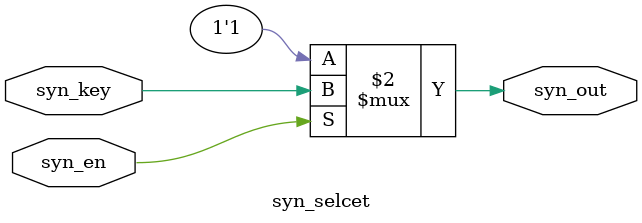
<source format=v>
module   syn_selcet(
						input syn_en,
						input syn_key,
						output syn_out
					);

assign 	syn_out = (!syn_en)?1'b1:syn_key;

endmodule


</source>
